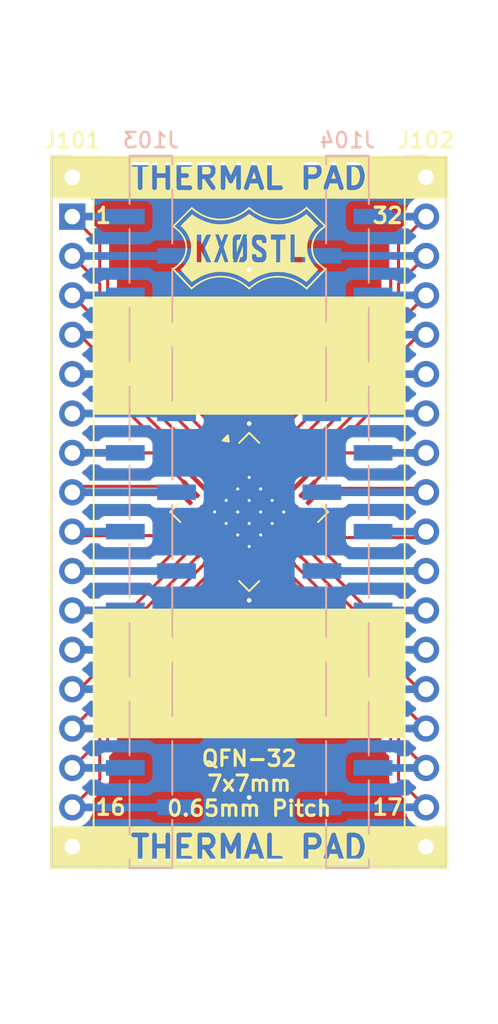
<source format=kicad_pcb>
(kicad_pcb (version 20241229) (generator "pcbnew") (generator_version "9.0")
  (layers (0 "F.Cu" signal) (2 "B.Cu" signal) (13 "F.Paste" user) (15 "B.Paste" user) (5 "F.SilkS" user "F.Silkscreen") (7 "B.SilkS" user "B.Silkscreen") (1 "F.Mask" user) (3 "B.Mask" user) (25 "Edge.Cuts" user))
  (net 0 "")
  (net 1 "/27")
  (net 2 "/10")
  (net 3 "/3")
  (net 4 "/6")
  (net 5 "/8")
  (net 6 "/1")
  (net 7 "/31")
  (net 8 "/7")
  (net 9 "/28")
  (net 10 "/2")
  (net 11 "/32")
  (net 12 "/24")
  (net 13 "/23")
  (net 14 "/19")
  (net 15 "/20")
  (net 16 "/18")
  (net 17 "/9")
  (net 18 "/14")
  (net 19 "/26")
  (net 20 "/21")
  (net 21 "/16")
  (net 22 "/29")
  (net 23 "/15")
  (net 24 "/25")
  (net 25 "/30")
  (net 26 "/33")
  (net 27 "/17")
  (net 28 "/5")
  (net 29 "/4")
  (net 30 "/13")
  (net 31 "/12")
  (net 32 "/11")
  (net 33 "/22")
  (footprint "Package_DFN_QFN:QFN-32-1EP_7x7mm_P0.65mm_EP4.7x4.7mm_ThermalVias" (layer "F.Cu") (at 138.43 120.65 -45)
    (property "Reference" "U101" (hide yes))
    (property "Value" "QFN-48")
    (pad "1" smd roundrect (at -3.725 -2.275 315) (size 1.5 0.3) (layers "F.Cu" "F.Mask" "F.Paste") (net 6 "/1"))
    (pad "2" smd roundrect (at -3.725001 -1.625 315) (size 1.5 0.3) (layers "F.Cu" "F.Mask" "F.Paste") (net 10 "/2"))
    (pad "3" smd roundrect (at -3.725 -0.975 315) (size 1.5 0.3) (layers "F.Cu" "F.Mask" "F.Paste") (net 3 "/3"))
    (pad "4" smd roundrect (at -3.725 -0.325 315) (size 1.5 0.3) (layers "F.Cu" "F.Mask" "F.Paste") (net 29 "/4"))
    (pad "5" smd roundrect (at -3.725 0.325 315) (size 1.5 0.3) (layers "F.Cu" "F.Mask" "F.Paste") (net 28 "/5"))
    (pad "6" smd roundrect (at -3.725 0.975 315) (size 1.5 0.3) (layers "F.Cu" "F.Mask" "F.Paste") (net 4 "/6"))
    (pad "7" smd roundrect (at -3.725001 1.625 315) (size 1.5 0.3) (layers "F.Cu" "F.Mask" "F.Paste") (net 8 "/7"))
    (pad "8" smd roundrect (at -3.725 2.275 315) (size 1.5 0.3) (layers "F.Cu" "F.Mask" "F.Paste") (net 5 "/8"))
    (pad "9" smd roundrect (at -2.275 3.725 315) (size 0.3 1.5) (layers "F.Cu" "F.Mask" "F.Paste") (net 17 "/9"))
    (pad "10" smd roundrect (at -1.625 3.725001 315) (size 0.3 1.5) (layers "F.Cu" "F.Mask" "F.Paste") (net 2 "/10"))
    (pad "11" smd roundrect (at -0.975 3.725 315) (size 0.3 1.5) (layers "F.Cu" "F.Mask" "F.Paste") (net 32 "/11"))
    (pad "12" smd roundrect (at -0.325 3.725 315) (size 0.3 1.5) (layers "F.Cu" "F.Mask" "F.Paste") (net 31 "/12"))
    (pad "13" smd roundrect (at 0.325 3.725 315) (size 0.3 1.5) (layers "F.Cu" "F.Mask" "F.Paste") (net 30 "/13"))
    (pad "14" smd roundrect (at 0.975 3.725 315) (size 0.3 1.5) (layers "F.Cu" "F.Mask" "F.Paste") (net 18 "/14"))
    (pad "15" smd roundrect (at 1.625 3.725001 315) (size 0.3 1.5) (layers "F.Cu" "F.Mask" "F.Paste") (net 23 "/15"))
    (pad "16" smd roundrect (at 2.275 3.725 315) (size 0.3 1.5) (layers "F.Cu" "F.Mask" "F.Paste") (net 21 "/16"))
    (pad "17" smd roundrect (at 3.725 2.275 315) (size 1.5 0.3) (layers "F.Cu" "F.Mask" "F.Paste") (net 27 "/17"))
    (pad "18" smd roundrect (at 3.725001 1.625 315) (size 1.5 0.3) (layers "F.Cu" "F.Mask" "F.Paste") (net 16 "/18"))
    (pad "19" smd roundrect (at 3.725 0.975 315) (size 1.5 0.3) (layers "F.Cu" "F.Mask" "F.Paste") (net 14 "/19"))
    (pad "20" smd roundrect (at 3.725 0.325 315) (size 1.5 0.3) (layers "F.Cu" "F.Mask" "F.Paste") (net 15 "/20"))
    (pad "21" smd roundrect (at 3.725 -0.325 315) (size 1.5 0.3) (layers "F.Cu" "F.Mask" "F.Paste") (net 20 "/21"))
    (pad "22" smd roundrect (at 3.725 -0.975 315) (size 1.5 0.3) (layers "F.Cu" "F.Mask" "F.Paste") (net 33 "/22"))
    (pad "23" smd roundrect (at 3.725001 -1.625 315) (size 1.5 0.3) (layers "F.Cu" "F.Mask" "F.Paste") (net 13 "/23"))
    (pad "24" smd roundrect (at 3.725 -2.275 315) (size 1.5 0.3) (layers "F.Cu" "F.Mask" "F.Paste") (net 12 "/24"))
    (pad "25" smd roundrect (at 2.275 -3.725 315) (size 0.3 1.5) (layers "F.Cu" "F.Mask" "F.Paste") (net 24 "/25"))
    (pad "26" smd roundrect (at 1.625 -3.725001 315) (size 0.3 1.5) (layers "F.Cu" "F.Mask" "F.Paste") (net 19 "/26"))
    (pad "27" smd roundrect (at 0.975 -3.725 315) (size 0.3 1.5) (layers "F.Cu" "F.Mask" "F.Paste") (net 1 "/27"))
    (pad "28" smd roundrect (at 0.325 -3.725 315) (size 0.3 1.5) (layers "F.Cu" "F.Mask" "F.Paste") (net 9 "/28"))
    (pad "29" smd roundrect (at -0.325 -3.725 315) (size 0.3 1.5) (layers "F.Cu" "F.Mask" "F.Paste") (net 22 "/29"))
    (pad "30" smd roundrect (at -0.975 -3.725 315) (size 0.3 1.5) (layers "F.Cu" "F.Mask" "F.Paste") (net 25 "/30"))
    (pad "31" smd roundrect (at -1.625 -3.725001 315) (size 0.3 1.5) (layers "F.Cu" "F.Mask" "F.Paste") (net 7 "/31"))
    (pad "32" smd roundrect (at -2.275 -3.725 315) (size 0.3 1.5) (layers "F.Cu" "F.Mask" "F.Paste") (net 11 "/32"))
    (pad "33" thru_hole circle (at -1.575 -1.575 315) (size 0.5 0.5) (drill 0.2) (property pad_prop_heatsink) (layers "*.Cu") (net 26 "/33"))
    (pad "33" thru_hole circle (at -1.575 -0.525 315) (size 0.5 0.5) (drill 0.2) (property pad_prop_heatsink) (layers "*.Cu") (net 26 "/33"))
    (pad "33" thru_hole circle (at -1.575 0.525 315) (size 0.5 0.5) (drill 0.2) (property pad_prop_heatsink) (layers "*.Cu") (net 26 "/33"))
    (pad "33" thru_hole circle (at -1.575 1.575 315) (size 0.5 0.5) (drill 0.2) (property pad_prop_heatsink) (layers "*.Cu") (net 26 "/33"))
    (pad "33" thru_hole circle (at -0.525 -1.575 315) (size 0.5 0.5) (drill 0.2) (property pad_prop_heatsink) (layers "*.Cu") (net 26 "/33"))
    (pad "33" thru_hole circle (at -0.525 -0.525 315) (size 0.5 0.5) (drill 0.2) (property pad_prop_heatsink) (layers "*.Cu") (net 26 "/33"))
    (pad "33" thru_hole circle (at -0.525 0.525 315) (size 0.5 0.5) (drill 0.2) (property pad_prop_heatsink) (layers "*.Cu") (net 26 "/33"))
    (pad "33" thru_hole circle (at -0.525 1.575 315) (size 0.5 0.5) (drill 0.2) (property pad_prop_heatsink) (layers "*.Cu") (net 26 "/33"))
    (pad "33" smd rect (at 0 0 315) (size 3.65 3.65) (property pad_prop_heatsink) (layers "B.Cu") (net 26 "/33"))
    (pad "33" smd rect (at 0 0 315) (size 3.75 3.75) (property pad_prop_heatsink) (layers "F.Cu" "F.Mask") (net 26 "/33"))
    (pad "33" thru_hole circle (at 0.525 -1.575 315) (size 0.5 0.5) (drill 0.2) (property pad_prop_heatsink) (layers "*.Cu") (net 26 "/33"))
    (pad "33" thru_hole circle (at 0.525 -0.525 315) (size 0.5 0.5) (drill 0.2) (property pad_prop_heatsink) (layers "*.Cu") (net 26 "/33"))
    (pad "33" thru_hole circle (at 0.525 0.525 315) (size 0.5 0.5) (drill 0.2) (property pad_prop_heatsink) (layers "*.Cu") (net 26 "/33"))
    (pad "33" thru_hole circle (at 0.525 1.575 315) (size 0.5 0.5) (drill 0.2) (property pad_prop_heatsink) (layers "*.Cu") (net 26 "/33"))
    (pad "33" thru_hole circle (at 1.575 -1.575 315) (size 0.5 0.5) (drill 0.2) (property pad_prop_heatsink) (layers "*.Cu") (net 26 "/33"))
    (pad "33" thru_hole circle (at 1.575 -0.525 315) (size 0.5 0.5) (drill 0.2) (property pad_prop_heatsink) (layers "*.Cu") (net 26 "/33"))
    (pad "33" thru_hole circle (at 1.575 0.525 315) (size 0.5 0.5) (drill 0.2) (property pad_prop_heatsink) (layers "*.Cu") (net 26 "/33"))
    (pad "33" thru_hole circle (at 1.575 1.575 315) (size 0.5 0.5) (drill 0.2) (property pad_prop_heatsink) (layers "*.Cu") (net 26 "/33"))
  )
  (footprint "Connector_PinHeader_2.54mm:PinHeader_1x18_P2.54mm_Vertical" (layer "F.Cu") (at 127 99.061642)
    (property "Reference" "J101" (at 0 -2.38 0) (layer "F.SilkS"))
    (property "Value" "Conn_01x26")
    (pad "1" thru_hole circle (at 0 0) (size 1.7 1.7) (drill 1) (layers "*.Cu" "*.Mask") (net 26 "/33"))
    (pad "2" thru_hole rect (at 0 2.54) (size 1.7 1.7) (drill 1) (layers "*.Cu" "*.Mask") (net 6 "/1"))
    (pad "3" thru_hole circle (at 0 5.08) (size 1.7 1.7) (drill 1) (layers "*.Cu" "*.Mask") (net 10 "/2"))
    (pad "4" thru_hole circle (at 0 7.62) (size 1.7 1.7) (drill 1) (layers "*.Cu" "*.Mask") (net 3 "/3"))
    (pad "5" thru_hole circle (at 0 10.16) (size 1.7 1.7) (drill 1) (layers "*.Cu" "*.Mask") (net 29 "/4"))
    (pad "6" thru_hole circle (at 0 12.7) (size 1.7 1.7) (drill 1) (layers "*.Cu" "*.Mask") (net 28 "/5"))
    (pad "7" thru_hole circle (at 0 15.24) (size 1.7 1.7) (drill 1) (layers "*.Cu" "*.Mask") (net 4 "/6"))
    (pad "8" thru_hole circle (at 0 17.78) (size 1.7 1.7) (drill 1) (layers "*.Cu" "*.Mask") (net 8 "/7"))
    (pad "9" thru_hole circle (at 0 20.32) (size 1.7 1.7) (drill 1) (layers "*.Cu" "*.Mask") (net 5 "/8"))
    (pad "10" thru_hole circle (at 0 22.86) (size 1.7 1.7) (drill 1) (layers "*.Cu" "*.Mask") (net 17 "/9"))
    (pad "11" thru_hole circle (at 0 25.4) (size 1.7 1.7) (drill 1) (layers "*.Cu" "*.Mask") (net 2 "/10"))
    (pad "12" thru_hole circle (at 0 27.94) (size 1.7 1.7) (drill 1) (layers "*.Cu" "*.Mask") (net 32 "/11"))
    (pad "13" thru_hole circle (at 0 30.48) (size 1.7 1.7) (drill 1) (layers "*.Cu" "*.Mask") (net 31 "/12"))
    (pad "14" thru_hole circle (at 0 33.02) (size 1.7 1.7) (drill 1) (layers "*.Cu" "*.Mask") (net 30 "/13"))
    (pad "15" thru_hole circle (at 0 35.56) (size 1.7 1.7) (drill 1) (layers "*.Cu" "*.Mask") (net 18 "/14"))
    (pad "16" thru_hole circle (at 0 38.1) (size 1.7 1.7) (drill 1) (layers "*.Cu" "*.Mask") (net 23 "/15"))
    (pad "17" thru_hole circle (at 0 40.64) (size 1.7 1.7) (drill 1) (layers "*.Cu" "*.Mask") (net 21 "/16"))
    (pad "18" thru_hole circle (at 0 43.18) (size 1.7 1.7) (drill 1) (layers "*.Cu" "*.Mask") (net 26 "/33"))
  )
  (footprint "libraries:Logo_10mm_inv" (layer "F.Cu") (at 138.43 103.632)
    (property "Reference" "G***" (hide yes))
    (property "Value" "LOGO" (hide yes))
  )
  (footprint "Connector_PinHeader_2.54mm:PinHeader_1x18_P2.54mm_Vertical" (layer "F.Cu") (at 149.86 99.061642)
    (property "Reference" "J102" (at 0 -2.38 0) (layer "F.SilkS"))
    (property "Value" "Conn_01x26")
    (pad "1" thru_hole circle (at 0 0) (size 1.7 1.7) (drill 1) (layers "*.Cu" "*.Mask") (net 26 "/33"))
    (pad "2" thru_hole circle (at 0 2.54) (size 1.7 1.7) (drill 1) (layers "*.Cu" "*.Mask") (net 11 "/32"))
    (pad "3" thru_hole circle (at 0 5.08) (size 1.7 1.7) (drill 1) (layers "*.Cu" "*.Mask") (net 7 "/31"))
    (pad "4" thru_hole circle (at 0 7.62) (size 1.7 1.7) (drill 1) (layers "*.Cu" "*.Mask") (net 25 "/30"))
    (pad "5" thru_hole circle (at 0 10.16) (size 1.7 1.7) (drill 1) (layers "*.Cu" "*.Mask") (net 22 "/29"))
    (pad "6" thru_hole circle (at 0 12.7) (size 1.7 1.7) (drill 1) (layers "*.Cu" "*.Mask") (net 9 "/28"))
    (pad "7" thru_hole circle (at 0 15.24) (size 1.7 1.7) (drill 1) (layers "*.Cu" "*.Mask") (net 1 "/27"))
    (pad "8" thru_hole circle (at 0 17.78) (size 1.7 1.7) (drill 1) (layers "*.Cu" "*.Mask") (net 19 "/26"))
    (pad "9" thru_hole circle (at 0 20.32) (size 1.7 1.7) (drill 1) (layers "*.Cu" "*.Mask") (net 24 "/25"))
    (pad "10" thru_hole circle (at 0 22.86) (size 1.7 1.7) (drill 1) (layers "*.Cu" "*.Mask") (net 12 "/24"))
    (pad "11" thru_hole circle (at 0 25.4) (size 1.7 1.7) (drill 1) (layers "*.Cu" "*.Mask") (net 13 "/23"))
    (pad "12" thru_hole circle (at 0 27.94) (size 1.7 1.7) (drill 1) (layers "*.Cu" "*.Mask") (net 33 "/22"))
    (pad "13" thru_hole circle (at 0 30.48) (size 1.7 1.7) (drill 1) (layers "*.Cu" "*.Mask") (net 20 "/21"))
    (pad "14" thru_hole circle (at 0 33.02) (size 1.7 1.7) (drill 1) (layers "*.Cu" "*.Mask") (net 15 "/20"))
    (pad "15" thru_hole circle (at 0 35.56) (size 1.7 1.7) (drill 1) (layers "*.Cu" "*.Mask") (net 14 "/19"))
    (pad "16" thru_hole circle (at 0 38.1) (size 1.7 1.7) (drill 1) (layers "*.Cu" "*.Mask") (net 16 "/18"))
    (pad "17" thru_hole circle (at 0 40.64) (size 1.7 1.7) (drill 1) (layers "*.Cu" "*.Mask") (net 27 "/17"))
    (pad "18" thru_hole circle (at 0 43.18) (size 1.7 1.7) (drill 1) (layers "*.Cu" "*.Mask") (net 26 "/33"))
  )
  (footprint "Connector_PinHeader_2.54mm:PinHeader_1x18_P2.54mm_Vertical_SMD_Pin1Left" (layer "B.Cu") (at 132.08 120.646642 180)
    (property "Reference" "J103" (at 0 23.97 0) (layer "B.SilkS") (effects (justify mirror)))
    (property "Value" "Conn_01x26")
    (pad "1" smd rect (at -1.655 21.59 180) (size 2.51 1) (layers "B.Cu" "B.Mask" "B.Paste") (net 26 "/33"))
    (pad "2" smd rect (at 1.655 19.05 180) (size 2.51 1) (layers "B.Cu" "B.Mask" "B.Paste") (net 6 "/1"))
    (pad "3" smd rect (at -1.655 16.51 180) (size 2.51 1) (layers "B.Cu" "B.Mask" "B.Paste") (net 10 "/2"))
    (pad "4" smd rect (at 1.655 13.97 180) (size 2.51 1) (layers "B.Cu" "B.Mask" "B.Paste") (net 3 "/3"))
    (pad "5" smd rect (at -1.655 11.43 180) (size 2.51 1) (layers "B.Cu" "B.Mask" "B.Paste") (net 29 "/4"))
    (pad "6" smd rect (at 1.655 8.89 180) (size 2.51 1) (layers "B.Cu" "B.Mask" "B.Paste") (net 28 "/5"))
    (pad "7" smd rect (at -1.655 6.35 180) (size 2.51 1) (layers "B.Cu" "B.Mask" "B.Paste") (net 4 "/6"))
    (pad "8" smd rect (at 1.655 3.81 180) (size 2.51 1) (layers "B.Cu" "B.Mask" "B.Paste") (net 8 "/7"))
    (pad "9" smd rect (at -1.655 1.27 180) (size 2.51 1) (layers "B.Cu" "B.Mask" "B.Paste") (net 5 "/8"))
    (pad "10" smd rect (at 1.655 -1.27 180) (size 2.51 1) (layers "B.Cu" "B.Mask" "B.Paste") (net 17 "/9"))
    (pad "11" smd rect (at -1.655 -3.81 180) (size 2.51 1) (layers "B.Cu" "B.Mask" "B.Paste") (net 2 "/10"))
    (pad "12" smd rect (at 1.655 -6.35 180) (size 2.51 1) (layers "B.Cu" "B.Mask" "B.Paste") (net 32 "/11"))
    (pad "13" smd rect (at -1.655 -8.89 180) (size 2.51 1) (layers "B.Cu" "B.Mask" "B.Paste") (net 31 "/12"))
    (pad "14" smd rect (at 1.655 -11.43 180) (size 2.51 1) (layers "B.Cu" "B.Mask" "B.Paste") (net 30 "/13"))
    (pad "15" smd rect (at -1.655 -13.97 180) (size 2.51 1) (layers "B.Cu" "B.Mask" "B.Paste") (net 18 "/14"))
    (pad "16" smd rect (at 1.655 -16.51 180) (size 2.51 1) (layers "B.Cu" "B.Mask" "B.Paste") (net 23 "/15"))
    (pad "17" smd rect (at -1.655 -19.05 180) (size 2.51 1) (layers "B.Cu" "B.Mask" "B.Paste") (net 21 "/16"))
    (pad "18" smd rect (at 1.655 -21.59 180) (size 2.51 1) (layers "B.Cu" "B.Mask" "B.Paste") (net 26 "/33"))
  )
  (footprint "Connector_PinHeader_2.54mm:PinHeader_1x18_P2.54mm_Vertical_SMD_Pin1Right" (layer "B.Cu") (at 144.78 120.646642 180)
    (property "Reference" "J104" (at 0 23.97 0) (layer "B.SilkS") (effects (justify mirror)))
    (property "Value" "Conn_01x26")
    (pad "1" smd rect (at 1.655 21.59 180) (size 2.51 1) (layers "B.Cu" "B.Mask" "B.Paste") (net 26 "/33"))
    (pad "2" smd rect (at -1.655 19.05 180) (size 2.51 1) (layers "B.Cu" "B.Mask" "B.Paste") (net 11 "/32"))
    (pad "3" smd rect (at 1.655 16.51 180) (size 2.51 1) (layers "B.Cu" "B.Mask" "B.Paste") (net 7 "/31"))
    (pad "4" smd rect (at -1.655 13.97 180) (size 2.51 1) (layers "B.Cu" "B.Mask" "B.Paste") (net 25 "/30"))
    (pad "5" smd rect (at 1.655 11.43 180) (size 2.51 1) (layers "B.Cu" "B.Mask" "B.Paste") (net 22 "/29"))
    (pad "6" smd rect (at -1.655 8.89 180) (size 2.51 1) (layers "B.Cu" "B.Mask" "B.Paste") (net 9 "/28"))
    (pad "7" smd rect (at 1.655 6.35 180) (size 2.51 1) (layers "B.Cu" "B.Mask" "B.Paste") (net 1 "/27"))
    (pad "8" smd rect (at -1.655 3.81 180) (size 2.51 1) (layers "B.Cu" "B.Mask" "B.Paste") (net 19 "/26"))
    (pad "9" smd rect (at 1.655 1.27 180) (size 2.51 1) (layers "B.Cu" "B.Mask" "B.Paste") (net 24 "/25"))
    (pad "10" smd rect (at -1.655 -1.27 180) (size 2.51 1) (layers "B.Cu" "B.Mask" "B.Paste") (net 12 "/24"))
    (pad "11" smd rect (at 1.655 -3.81 180) (size 2.51 1) (layers "B.Cu" "B.Mask" "B.Paste") (net 13 "/23"))
    (pad "12" smd rect (at -1.655 -6.35 180) (size 2.51 1) (layers "B.Cu" "B.Mask" "B.Paste") (net 33 "/22"))
    (pad "13" smd rect (at 1.655 -8.89 180) (size 2.51 1) (layers "B.Cu" "B.Mask" "B.Paste") (net 20 "/21"))
    (pad "14" smd rect (at -1.655 -11.43 180) (size 2.51 1) (layers "B.Cu" "B.Mask" "B.Paste") (net 15 "/20"))
    (pad "15" smd rect (at 1.655 -13.97 180) (size 2.51 1) (layers "B.Cu" "B.Mask" "B.Paste") (net 14 "/19"))
    (pad "16" smd rect (at -1.655 -16.51 180) (size 2.51 1) (layers "B.Cu" "B.Mask" "B.Paste") (net 16 "/18"))
    (pad "17" smd rect (at 1.655 -19.05 180) (size 2.51 1) (layers "B.Cu" "B.Mask" "B.Paste") (net 27 "/17"))
    (pad "18" smd rect (at -1.655 -21.59 180) (size 2.51 1) (layers "B.Cu" "B.Mask" "B.Paste") (net 26 "/33"))
  )
  (gr_rect (start 125.603 140.96975) (end 130.683 143.637) (stroke (width 0.1)) (fill yes) (layer "F.SilkS"))
  (gr_rect (start 130.36975 99.987225) (end 146.1685 100.393625) (stroke (width 0.1)) (fill yes) (layer "F.SilkS"))
  (gr_rect (start 146.0415 140.96975) (end 151.24 143.637) (stroke (width 0.1)) (fill yes) (layer "F.SilkS"))
  (gr_rect (start 129.7855 97.726375) (end 146.72725 97.954975) (stroke (width 0.1)) (fill yes) (layer "F.SilkS"))
  (gr_rect (start 130.4205 140.96975) (end 146.47325 141.1981) (stroke (width 0.1)) (fill yes) (layer "F.SilkS"))
  (gr_rect (start 128.36935 106.807) (end 148.43535 114.3254) (stroke (width 0.1)) (fill yes) (layer "F.SilkS"))
  (gr_rect (start 129.48075 143.2306) (end 147.1845 143.637) (stroke (width 0.1)) (fill yes) (layer "F.SilkS"))
  (gr_rect (start 128.397 126.9365) (end 148.463 135.1915) (stroke (width 0.1)) (fill yes) (layer "F.SilkS"))
  (gr_rect (start 125.603 97.726375) (end 130.683 100.393625) (stroke (width 0.1)) (fill yes) (layer "F.SilkS"))
  (gr_rect (start 146.05425 97.726375) (end 151.24 100.393625) (stroke (width 0.1)) (fill yes) (layer "F.SilkS"))
  (gr_rect (start 125.73 97.79) (end 151.13 143.51) (stroke (width 0.05)) (fill no) (layer "Edge.Cuts"))
  (gr_text "32" (at 148.463 101.536375 0) (layer "F.SilkS") (effects (font (size 1 1) (thickness 0.2) (bold yes)) (justify right)))
  (gr_text "17" (at 148.463 139.7 0) (layer "F.SilkS") (effects (font (size 1 1) (thickness 0.2) (bold yes)) (justify right)))
  (gr_text "QFN-32\n7x7mm\n0.65mm Pitch" (at 138.43 140.354569 0) (layer "F.SilkS") (effects (font (size 1 1) (thickness 0.2) (bold yes)) (justify bottom)))
  (gr_text "THERMAL PAD" (at 138.4215 142.303375 0) (layer "F.SilkS" knockout) (effects (font (size 1.5 1.5) (thickness 0.3))))
  (gr_text "THERMAL PAD" (at 138.4215 99.06 0) (layer "F.SilkS" knockout) (effects (font (size 1.5 1.5) (thickness 0.3))))
  (gr_text "1" (at 128.397 101.536375 0) (layer "F.SilkS") (effects (font (size 1 1) (thickness 0.2) (bold yes)) (justify left)))
  (gr_text "16" (at 128.397 139.7 0) (layer "F.SilkS") (effects (font (size 1 1) (thickness 0.2) (bold yes)) (justify left)))
  (segment (start 146.157216 114.301642) (end 149.86 114.301642) (width 0.2) (layer "F.Cu") (net 1))
  (segment (start 141.753402 118.705456) (end 146.157216 114.301642) (width 0.2) (layer "F.Cu") (net 1))
  (segment (start 143.125 114.296642) (end 149.855 114.296642) (width 0.5) (layer "B.Cu") (net 1))
  (segment (start 149.855 114.296642) (end 149.86 114.301642) (width 0.5) (layer "B.Cu") (net 1))
  (segment (start 134.646978 122.136567) (end 132.323545 124.46) (width 0.2) (layer "F.Cu") (net 2))
  (segment (start 132.323545 124.46) (end 127 124.46) (width 0.2) (layer "F.Cu") (net 2))
  (segment (start 133.73 124.461642) (end 133.735 124.456642) (width 0.5) (layer "B.Cu") (net 2))
  (segment (start 127 124.461642) (end 133.73 124.461642) (width 0.5) (layer "B.Cu") (net 2))
  (segment (start 127 106.681642) (end 128.778 108.459642) (width 0.2) (layer "F.Cu") (net 3))
  (segment (start 128.778 109.619142) (end 128.778 108.459642) (width 0.2) (layer "F.Cu") (net 3))
  (segment (start 136.485456 117.326598) (end 128.778 109.619142) (width 0.2) (layer "F.Cu") (net 3))
  (segment (start 127.005 106.676642) (end 127 106.681642) (width 0.5) (layer "B.Cu") (net 3))
  (segment (start 130.425 106.676642) (end 127.005 106.676642) (width 0.5) (layer "B.Cu") (net 3))
  (segment (start 135.106598 118.705456) (end 130.702784 114.301642) (width 0.2) (layer "F.Cu") (net 4))
  (segment (start 130.702784 114.301642) (end 127 114.301642) (width 0.2) (layer "F.Cu") (net 4))
  (segment (start 133.73 114.301642) (end 133.735 114.296642) (width 0.5) (layer "B.Cu") (net 4))
  (segment (start 127 114.301642) (end 133.73 114.301642) (width 0.5) (layer "B.Cu") (net 4))
  (segment (start 127.382642 118.999) (end 127 119.381642) (width 0.2) (layer "F.Cu") (net 5))
  (segment (start 134.187359 119.624695) (end 133.561664 118.999) (width 0.2) (layer "F.Cu") (net 5))
  (segment (start 133.561664 118.999) (end 127.382642 118.999) (width 0.2) (layer "F.Cu") (net 5))
  (segment (start 127 119.381642) (end 133.73 119.381642) (width 0.5) (layer "B.Cu") (net 5))
  (segment (start 133.73 119.381642) (end 133.735 119.376642) (width 0.5) (layer "B.Cu") (net 5))
  (segment (start 129.286 107.442) (end 129.286 105.664) (width 0.2) (layer "F.Cu") (net 6))
  (segment (start 128.778 103.379642) (end 127 101.601642) (width 0.2) (layer "F.Cu") (net 6))
  (segment (start 129.794 107.95) (end 129.286 107.442) (width 0.2) (layer "F.Cu") (net 6))
  (segment (start 129.286 105.664) (end 128.778 105.156) (width 0.2) (layer "F.Cu") (net 6))
  (segment (start 129.794 108.796664) (end 129.794 107.95) (width 0.2) (layer "F.Cu") (net 6))
  (segment (start 128.778 105.156) (end 128.778 103.379642) (width 0.2) (layer "F.Cu") (net 6))
  (segment (start 137.404695 116.407359) (end 129.794 108.796664) (width 0.2) (layer "F.Cu") (net 6))
  (segment (start 127.005 101.596642) (end 127 101.601642) (width 0.5) (layer "B.Cu") (net 6))
  (segment (start 130.425 101.596642) (end 127.005 101.596642) (width 0.5) (layer "B.Cu") (net 6))
  (segment (start 148.082 105.919642) (end 149.86 104.141642) (width 0.2) (layer "F.Cu") (net 7))
  (segment (start 147.574 108.204) (end 148.082 107.696) (width 0.2) (layer "F.Cu") (net 7))
  (segment (start 139.914925 116.866978) (end 147.574 109.207903) (width 0.2) (layer "F.Cu") (net 7))
  (segment (start 148.082 107.696) (end 148.082 105.919642) (width 0.2) (layer "F.Cu") (net 7))
  (segment (start 147.574 109.207903) (end 147.574 108.204) (width 0.2) (layer "F.Cu") (net 7))
  (segment (start 143.125 104.136642) (end 149.855 104.136642) (width 0.5) (layer "B.Cu") (net 7))
  (segment (start 149.855 104.136642) (end 149.86 104.141642) (width 0.5) (layer "B.Cu") (net 7))
  (segment (start 134.646978 119.165075) (end 132.323545 116.841642) (width 0.2) (layer "F.Cu") (net 8))
  (segment (start 132.323545 116.841642) (end 127 116.841642) (width 0.2) (layer "F.Cu") (net 8))
  (segment (start 130.425 116.836642) (end 127.005 116.836642) (width 0.5) (layer "B.Cu") (net 8))
  (segment (start 127.005 116.836642) (end 127 116.841642) (width 0.5) (layer "B.Cu") (net 8))
  (segment (start 141.293782 118.245837) (end 147.777977 111.761642) (width 0.2) (layer "F.Cu") (net 9))
  (segment (start 147.777977 111.761642) (end 149.86 111.761642) (width 0.2) (layer "F.Cu") (net 9))
  (segment (start 149.86 111.761642) (end 146.44 111.761642) (width 0.5) (layer "B.Cu") (net 9))
  (segment (start 146.44 111.761642) (end 146.435 111.756642) (width 0.5) (layer "B.Cu") (net 9))
  (segment (start 129.286 108.204) (end 128.778 107.696) (width 0.2) (layer "F.Cu") (net 10))
  (segment (start 128.778 107.696) (end 128.778 105.919642) (width 0.2) (layer "F.Cu") (net 10))
  (segment (start 136.945075 116.866978) (end 129.286 109.207903) (width 0.2) (layer "F.Cu") (net 10))
  (segment (start 128.778 105.919642) (end 127 104.141642) (width 0.2) (layer "F.Cu") (net 10))
  (segment (start 129.286 109.207903) (end 129.286 108.204) (width 0.2) (layer "F.Cu") (net 10))
  (segment (start 127 104.141642) (end 133.73 104.141642) (width 0.5) (layer "B.Cu") (net 10))
  (segment (start 133.73 104.141642) (end 133.735 104.136642) (width 0.5) (layer "B.Cu") (net 10))
  (segment (start 147.574 107.442) (end 147.574 105.664) (width 0.2) (layer "F.Cu") (net 11))
  (segment (start 147.066 107.95) (end 147.574 107.442) (width 0.2) (layer "F.Cu") (net 11))
  (segment (start 147.066 108.796664) (end 147.066 107.95) (width 0.2) (layer "F.Cu") (net 11))
  (segment (start 148.082 105.156) (end 148.082 103.379642) (width 0.2) (layer "F.Cu") (net 11))
  (segment (start 147.574 105.664) (end 148.082 105.156) (width 0.2) (layer "F.Cu") (net 11))
  (segment (start 139.455305 116.407359) (end 147.066 108.796664) (width 0.2) (layer "F.Cu") (net 11))
  (segment (start 148.082 103.379642) (end 149.86 101.601642) (width 0.2) (layer "F.Cu") (net 11))
  (segment (start 149.86 101.601642) (end 146.44 101.601642) (width 0.5) (layer "B.Cu") (net 11))
  (segment (start 146.44 101.601642) (end 146.435 101.596642) (width 0.5) (layer "B.Cu") (net 11))
  (segment (start 143.298336 122.302642) (end 149.477358 122.302642) (width 0.2) (layer "F.Cu") (net 12))
  (segment (start 142.672641 121.676947) (end 143.298336 122.302642) (width 0.2) (layer "F.Cu") (net 12))
  (segment (start 149.477358 122.302642) (end 149.86 121.92) (width 0.2) (layer "F.Cu") (net 12))
  (segment (start 146.44 121.921642) (end 146.435 121.916642) (width 0.5) (layer "B.Cu") (net 12))
  (segment (start 149.86 121.921642) (end 146.44 121.921642) (width 0.5) (layer "B.Cu") (net 12))
  (segment (start 142.213022 122.136567) (end 144.536455 124.46) (width 0.2) (layer "F.Cu") (net 13))
  (segment (start 144.536455 124.46) (end 149.86 124.46) (width 0.2) (layer "F.Cu") (net 13))
  (segment (start 143.125 124.456642) (end 149.855 124.456642) (width 0.5) (layer "B.Cu") (net 13))
  (segment (start 149.855 124.456642) (end 149.86 124.461642) (width 0.5) (layer "B.Cu") (net 13))
  (segment (start 140.374544 123.975044) (end 148.082 131.6825) (width 0.2) (layer "F.Cu") (net 14))
  (segment (start 149.86 134.62) (end 148.082 132.842) (width 0.2) (layer "F.Cu") (net 14))
  (segment (start 148.082 131.6825) (end 148.082 132.842) (width 0.2) (layer "F.Cu") (net 14))
  (segment (start 143.125 134.616642) (end 149.855 134.616642) (width 0.5) (layer "B.Cu") (net 14))
  (segment (start 149.855 134.616642) (end 149.86 134.621642) (width 0.5) (layer "B.Cu") (net 14))
  (segment (start 149.398739 132.08) (end 149.86 132.08) (width 0.2) (layer "F.Cu") (net 15))
  (segment (start 140.834163 123.515425) (end 149.398739 132.08) (width 0.2) (layer "F.Cu") (net 15))
  (segment (start 149.86 132.081642) (end 146.44 132.081642) (width 0.5) (layer "B.Cu") (net 15))
  (segment (start 146.44 132.081642) (end 146.435 132.076642) (width 0.5) (layer "B.Cu") (net 15))
  (segment (start 148.082001 135.382) (end 149.86 137.16) (width 0.2) (layer "F.Cu") (net 16))
  (segment (start 139.914925 124.434664) (end 147.574 132.093739) (width 0.2) (layer "F.Cu") (net 16))
  (segment (start 148.082 133.605642) (end 148.082001 135.382) (width 0.2) (layer "F.Cu") (net 16))
  (segment (start 147.574 132.093739) (end 147.573999 133.097642) (width 0.2) (layer "F.Cu") (net 16))
  (segment (start 147.573999 133.097642) (end 148.082 133.605642) (width 0.2) (layer "F.Cu") (net 16))
  (segment (start 146.44 137.161642) (end 146.435 137.156642) (width 0.5) (layer "B.Cu") (net 16))
  (segment (start 149.86 137.161642) (end 146.44 137.161642) (width 0.5) (layer "B.Cu") (net 16))
  (segment (start 127.255642 122.175642) (end 127 121.92) (width 0.2) (layer "F.Cu") (net 17))
  (segment (start 134.187359 121.676947) (end 133.688664 122.175642) (width 0.2) (layer "F.Cu") (net 17))
  (segment (start 133.688664 122.175642) (end 127.255642 122.175642) (width 0.2) (layer "F.Cu") (net 17))
  (segment (start 127.005 121.916642) (end 127 121.921642) (width 0.5) (layer "B.Cu") (net 17))
  (segment (start 130.425 121.916642) (end 127.005 121.916642) (width 0.5) (layer "B.Cu") (net 17))
  (segment (start 128.778 131.6825) (end 128.778 132.842) (width 0.2) (layer "F.Cu") (net 18))
  (segment (start 128.778 132.842) (end 127 134.62) (width 0.2) (layer "F.Cu") (net 18))
  (segment (start 136.485456 123.975044) (end 128.778 131.6825) (width 0.2) (layer "F.Cu") (net 18))
  (segment (start 133.73 134.621642) (end 133.735 134.616642) (width 0.5) (layer "B.Cu") (net 18))
  (segment (start 127 134.621642) (end 133.73 134.621642) (width 0.5) (layer "B.Cu") (net 18))
  (segment (start 144.536455 116.841642) (end 149.86 116.841642) (width 0.2) (layer "F.Cu") (net 19))
  (segment (start 142.213022 119.165075) (end 144.536455 116.841642) (width 0.2) (layer "F.Cu") (net 19))
  (segment (start 146.44 116.841642) (end 146.435 116.836642) (width 0.5) (layer "B.Cu") (net 19))
  (segment (start 149.86 116.841642) (end 146.44 116.841642) (width 0.5) (layer "B.Cu") (net 19))
  (segment (start 147.777977 129.54) (end 149.86 129.54) (width 0.2) (layer "F.Cu") (net 20))
  (segment (start 141.293782 123.055805) (end 147.777977 129.54) (width 0.2) (layer "F.Cu") (net 20))
  (segment (start 143.125 129.536642) (end 149.855 129.536642) (width 0.5) (layer "B.Cu") (net 20))
  (segment (start 149.855 129.536642) (end 149.86 129.541642) (width 0.5) (layer "B.Cu") (net 20))
  (segment (start 128.778 136.145642) (end 128.778 137.922) (width 0.2) (layer "F.Cu") (net 21))
  (segment (start 129.286 133.859642) (end 129.286 135.637642) (width 0.2) (layer "F.Cu") (net 21))
  (segment (start 137.404695 124.894283) (end 129.794 132.504978) (width 0.2) (layer "F.Cu") (net 21))
  (segment (start 128.778 137.922) (end 127 139.700001) (width 0.2) (layer "F.Cu") (net 21))
  (segment (start 129.794 132.504978) (end 129.794 133.351642) (width 0.2) (layer "F.Cu") (net 21))
  (segment (start 129.794 133.351642) (end 129.286 133.859642) (width 0.2) (layer "F.Cu") (net 21))
  (segment (start 129.286 135.637642) (end 128.778 136.145642) (width 0.2) (layer "F.Cu") (net 21))
  (segment (start 133.73 139.701642) (end 133.735 139.696642) (width 0.5) (layer "B.Cu") (net 21))
  (segment (start 127 139.701642) (end 133.73 139.701642) (width 0.5) (layer "B.Cu") (net 21))
  (segment (start 140.834163 117.786218) (end 149.398739 109.221642) (width 0.2) (layer "F.Cu") (net 22))
  (segment (start 149.398739 109.221642) (end 149.86 109.221642) (width 0.2) (layer "F.Cu") (net 22))
  (segment (start 149.855 109.216642) (end 149.86 109.221642) (width 0.5) (layer "B.Cu") (net 22))
  (segment (start 143.125 109.216642) (end 149.855 109.216642) (width 0.5) (layer "B.Cu") (net 22))
  (segment (start 129.286001 133.097642) (end 128.778 133.605642) (width 0.2) (layer "F.Cu") (net 23))
  (segment (start 129.286 132.093739) (end 129.286001 133.097642) (width 0.2) (layer "F.Cu") (net 23))
  (segment (start 136.945075 124.434664) (end 129.286 132.093739) (width 0.2) (layer "F.Cu") (net 23))
  (segment (start 128.778 135.382) (end 127 137.16) (width 0.2) (layer "F.Cu") (net 23))
  (segment (start 128.778 133.605642) (end 128.778 135.382) (width 0.2) (layer "F.Cu") (net 23))
  (segment (start 127.005 137.156642) (end 127 137.161642) (width 0.5) (layer "B.Cu") (net 23))
  (segment (start 130.425 137.156642) (end 127.005 137.156642) (width 0.5) (layer "B.Cu") (net 23))
  (segment (start 142.672641 119.624695) (end 143.171336 119.126) (width 0.2) (layer "F.Cu") (net 24))
  (segment (start 149.604358 119.126) (end 149.86 119.381642) (width 0.2) (layer "F.Cu") (net 24))
  (segment (start 143.171336 119.126) (end 149.604358 119.126) (width 0.2) (layer "F.Cu") (net 24))
  (segment (start 143.125 119.376642) (end 149.855 119.376642) (width 0.5) (layer "B.Cu") (net 24))
  (segment (start 149.855 119.376642) (end 149.86 119.381642) (width 0.5) (layer "B.Cu") (net 24))
  (segment (start 148.082 109.619142) (end 148.082 108.459642) (width 0.2) (layer "F.Cu") (net 25))
  (segment (start 140.374544 117.326598) (end 148.082 109.619142) (width 0.2) (layer "F.Cu") (net 25))
  (segment (start 148.082 108.459642) (end 149.86 106.681642) (width 0.2) (layer "F.Cu") (net 25))
  (segment (start 149.86 106.681642) (end 146.44 106.681642) (width 0.5) (layer "B.Cu") (net 25))
  (segment (start 146.44 106.681642) (end 146.435 106.676642) (width 0.5) (layer "B.Cu") (net 25))
  (via (at 138.43 105.029) (size 0.6) (drill 0.3) (layers "F.Cu" "B.Cu") (net 26))
  (via (at 138.43 139.065) (size 0.6) (drill 0.3) (layers "F.Cu" "B.Cu") (net 26))
  (via (at 138.43 114.951) (size 0.6) (drill 0.3) (layers "F.Cu" "B.Cu") (net 26))
  (via (at 138.43 126.349) (size 0.6) (drill 0.3) (layers "F.Cu" "B.Cu") (net 26))
  (segment (start 149.86 142.241642) (end 127 142.241642) (width 0.5) (layer "B.Cu") (net 26))
  (segment (start 127 99.061642) (end 149.86 99.061642) (width 0.5) (layer "B.Cu") (net 26))
  (segment (start 148.082 137.922) (end 149.86 139.700001) (width 0.2) (layer "F.Cu") (net 27))
  (segment (start 147.574 135.637642) (end 148.082 136.145642) (width 0.2) (layer "F.Cu") (net 27))
  (segment (start 147.066 133.351642) (end 147.574 133.859642) (width 0.2) (layer "F.Cu") (net 27))
  (segment (start 147.066 132.504978) (end 147.066 133.351642) (width 0.2) (layer "F.Cu") (net 27))
  (segment (start 139.455305 124.894283) (end 147.066 132.504978) (width 0.2) (layer "F.Cu") (net 27))
  (segment (start 147.574 133.859642) (end 147.574 135.637642) (width 0.2) (layer "F.Cu") (net 27))
  (segment (start 148.082 136.145642) (end 148.082 137.922) (width 0.2) (layer "F.Cu") (net 27))
  (segment (start 143.125 139.696642) (end 149.855 139.696642) (width 0.5) (layer "B.Cu") (net 27))
  (segment (start 149.855 139.696642) (end 149.86 139.701642) (width 0.5) (layer "B.Cu") (net 27))
  (segment (start 129.082023 111.761642) (end 127 111.761642) (width 0.2) (layer "F.Cu") (net 28))
  (segment (start 135.566218 118.245837) (end 129.082023 111.761642) (width 0.2) (layer "F.Cu") (net 28))
  (segment (start 130.425 111.756642) (end 127.005 111.756642) (width 0.5) (layer "B.Cu") (net 28))
  (segment (start 127.005 111.756642) (end 127 111.761642) (width 0.5) (layer "B.Cu") (net 28))
  (segment (start 127.461261 109.221642) (end 127 109.221642) (width 0.2) (layer "F.Cu") (net 29))
  (segment (start 136.025837 117.786218) (end 127.461261 109.221642) (width 0.2) (layer "F.Cu") (net 29))
  (segment (start 133.73 109.221642) (end 133.735 109.216642) (width 0.5) (layer "B.Cu") (net 29))
  (segment (start 127 109.221642) (end 133.73 109.221642) (width 0.5) (layer "B.Cu") (net 29))
  (segment (start 136.025837 123.515425) (end 127.461261 132.08) (width 0.2) (layer "F.Cu") (net 30))
  (segment (start 127.461261 132.08) (end 127 132.08) (width 0.2) (layer "F.Cu") (net 30))
  (segment (start 127.005 132.076642) (end 127 132.081642) (width 0.5) (layer "B.Cu") (net 30))
  (segment (start 130.425 132.076642) (end 127.005 132.076642) (width 0.5) (layer "B.Cu") (net 30))
  (segment (start 129.082023 129.54) (end 127 129.54) (width 0.2) (layer "F.Cu") (net 31))
  (segment (start 135.566218 123.055805) (end 129.082023 129.54) (width 0.2) (layer "F.Cu") (net 31))
  (segment (start 127 129.541642) (end 133.73 129.541642) (width 0.5) (layer "B.Cu") (net 31))
  (segment (start 133.73 129.541642) (end 133.735 129.536642) (width 0.5) (layer "B.Cu") (net 31))
  (segment (start 130.702784 127) (end 127 126.999999) (width 0.2) (layer "F.Cu") (net 32))
  (segment (start 135.106598 122.596186) (end 130.702784 127) (width 0.2) (layer "F.Cu") (net 32))
  (segment (start 127.005 126.996642) (end 127 127.001642) (width 0.5) (layer "B.Cu") (net 32))
  (segment (start 130.425 126.996642) (end 127.005 126.996642) (width 0.5) (layer "B.Cu") (net 32))
  (segment (start 146.157216 127) (end 149.86 126.999999) (width 0.2) (layer "F.Cu") (net 33))
  (segment (start 141.753402 122.596186) (end 146.157216 127) (width 0.2) (layer "F.Cu") (net 33))
  (segment (start 149.86 127.001642) (end 146.44 127.001642) (width 0.5) (layer "B.Cu") (net 33))
  (segment (start 146.44 127.001642) (end 146.435 126.996642) (width 0.5) (layer "B.Cu") (net 33))
  (zone (net 26) (net_name "/33") (layers "F.Cu" "B.Cu") (priority 1) (connect_pads yes (clearance 0.5)) (min_thickness 0.25) (fill yes (thermal_gap 0.5) (thermal_bridge_width 0.5))
    (polygon (pts (xy 125.73 97.79) (xy 151.13 97.79) (xy 151.13 143.51) (xy 125.73 143.51)))
  )
)
</source>
